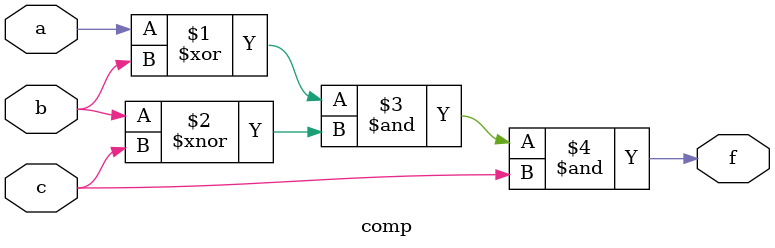
<source format=v>
module comp (a, b, c, f);
input  a, b, c; 
output f;

assign f = ((a ^ b) & (b ~^ c) & c); 

endmodule

</source>
